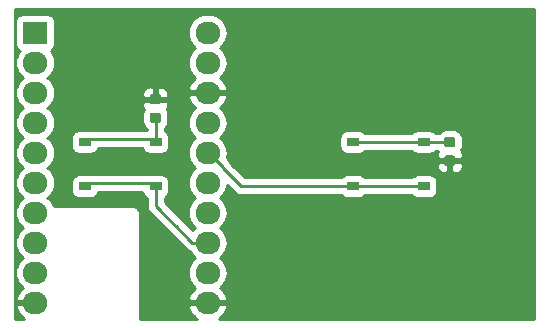
<source format=gbr>
G04 #@! TF.GenerationSoftware,KiCad,Pcbnew,(5.1.5)-3*
G04 #@! TF.CreationDate,2020-06-09T14:00:07-04:00*
G04 #@! TF.ProjectId,ble_mvp_1A-rev2-ButtonDaughter,626c655f-6d76-4705-9f31-412d72657632,rev?*
G04 #@! TF.SameCoordinates,Original*
G04 #@! TF.FileFunction,Copper,L1,Top*
G04 #@! TF.FilePolarity,Positive*
%FSLAX46Y46*%
G04 Gerber Fmt 4.6, Leading zero omitted, Abs format (unit mm)*
G04 Created by KiCad (PCBNEW (5.1.5)-3) date 2020-06-09 14:00:07*
%MOMM*%
%LPD*%
G04 APERTURE LIST*
%ADD10R,1.000000X0.750000*%
%ADD11C,0.100000*%
%ADD12O,2.100000X1.900000*%
%ADD13R,2.100000X1.900000*%
%ADD14C,0.800000*%
%ADD15C,0.250000*%
%ADD16C,0.254000*%
G04 APERTURE END LIST*
D10*
X131296800Y-92125000D03*
X137296800Y-92125000D03*
X137296800Y-88375000D03*
X131296800Y-88375000D03*
X154000000Y-92125000D03*
X160000000Y-92125000D03*
X160000000Y-88375000D03*
X154000000Y-88375000D03*
G04 #@! TA.AperFunction,SMDPad,CuDef*
D11*
G36*
X137551991Y-84319253D02*
G01*
X137573226Y-84322403D01*
X137594050Y-84327619D01*
X137614262Y-84334851D01*
X137633668Y-84344030D01*
X137652081Y-84355066D01*
X137669324Y-84367854D01*
X137685230Y-84382270D01*
X137699646Y-84398176D01*
X137712434Y-84415419D01*
X137723470Y-84433832D01*
X137732649Y-84453238D01*
X137739881Y-84473450D01*
X137745097Y-84494274D01*
X137748247Y-84515509D01*
X137749300Y-84536950D01*
X137749300Y-84974450D01*
X137748247Y-84995891D01*
X137745097Y-85017126D01*
X137739881Y-85037950D01*
X137732649Y-85058162D01*
X137723470Y-85077568D01*
X137712434Y-85095981D01*
X137699646Y-85113224D01*
X137685230Y-85129130D01*
X137669324Y-85143546D01*
X137652081Y-85156334D01*
X137633668Y-85167370D01*
X137614262Y-85176549D01*
X137594050Y-85183781D01*
X137573226Y-85188997D01*
X137551991Y-85192147D01*
X137530550Y-85193200D01*
X137018050Y-85193200D01*
X136996609Y-85192147D01*
X136975374Y-85188997D01*
X136954550Y-85183781D01*
X136934338Y-85176549D01*
X136914932Y-85167370D01*
X136896519Y-85156334D01*
X136879276Y-85143546D01*
X136863370Y-85129130D01*
X136848954Y-85113224D01*
X136836166Y-85095981D01*
X136825130Y-85077568D01*
X136815951Y-85058162D01*
X136808719Y-85037950D01*
X136803503Y-85017126D01*
X136800353Y-84995891D01*
X136799300Y-84974450D01*
X136799300Y-84536950D01*
X136800353Y-84515509D01*
X136803503Y-84494274D01*
X136808719Y-84473450D01*
X136815951Y-84453238D01*
X136825130Y-84433832D01*
X136836166Y-84415419D01*
X136848954Y-84398176D01*
X136863370Y-84382270D01*
X136879276Y-84367854D01*
X136896519Y-84355066D01*
X136914932Y-84344030D01*
X136934338Y-84334851D01*
X136954550Y-84327619D01*
X136975374Y-84322403D01*
X136996609Y-84319253D01*
X137018050Y-84318200D01*
X137530550Y-84318200D01*
X137551991Y-84319253D01*
G37*
G04 #@! TD.AperFunction*
G04 #@! TA.AperFunction,SMDPad,CuDef*
G36*
X137551991Y-85894253D02*
G01*
X137573226Y-85897403D01*
X137594050Y-85902619D01*
X137614262Y-85909851D01*
X137633668Y-85919030D01*
X137652081Y-85930066D01*
X137669324Y-85942854D01*
X137685230Y-85957270D01*
X137699646Y-85973176D01*
X137712434Y-85990419D01*
X137723470Y-86008832D01*
X137732649Y-86028238D01*
X137739881Y-86048450D01*
X137745097Y-86069274D01*
X137748247Y-86090509D01*
X137749300Y-86111950D01*
X137749300Y-86549450D01*
X137748247Y-86570891D01*
X137745097Y-86592126D01*
X137739881Y-86612950D01*
X137732649Y-86633162D01*
X137723470Y-86652568D01*
X137712434Y-86670981D01*
X137699646Y-86688224D01*
X137685230Y-86704130D01*
X137669324Y-86718546D01*
X137652081Y-86731334D01*
X137633668Y-86742370D01*
X137614262Y-86751549D01*
X137594050Y-86758781D01*
X137573226Y-86763997D01*
X137551991Y-86767147D01*
X137530550Y-86768200D01*
X137018050Y-86768200D01*
X136996609Y-86767147D01*
X136975374Y-86763997D01*
X136954550Y-86758781D01*
X136934338Y-86751549D01*
X136914932Y-86742370D01*
X136896519Y-86731334D01*
X136879276Y-86718546D01*
X136863370Y-86704130D01*
X136848954Y-86688224D01*
X136836166Y-86670981D01*
X136825130Y-86652568D01*
X136815951Y-86633162D01*
X136808719Y-86612950D01*
X136803503Y-86592126D01*
X136800353Y-86570891D01*
X136799300Y-86549450D01*
X136799300Y-86111950D01*
X136800353Y-86090509D01*
X136803503Y-86069274D01*
X136808719Y-86048450D01*
X136815951Y-86028238D01*
X136825130Y-86008832D01*
X136836166Y-85990419D01*
X136848954Y-85973176D01*
X136863370Y-85957270D01*
X136879276Y-85942854D01*
X136896519Y-85930066D01*
X136914932Y-85919030D01*
X136934338Y-85909851D01*
X136954550Y-85902619D01*
X136975374Y-85897403D01*
X136996609Y-85894253D01*
X137018050Y-85893200D01*
X137530550Y-85893200D01*
X137551991Y-85894253D01*
G37*
G04 #@! TD.AperFunction*
G04 #@! TA.AperFunction,SMDPad,CuDef*
G36*
X162482091Y-89517853D02*
G01*
X162503326Y-89521003D01*
X162524150Y-89526219D01*
X162544362Y-89533451D01*
X162563768Y-89542630D01*
X162582181Y-89553666D01*
X162599424Y-89566454D01*
X162615330Y-89580870D01*
X162629746Y-89596776D01*
X162642534Y-89614019D01*
X162653570Y-89632432D01*
X162662749Y-89651838D01*
X162669981Y-89672050D01*
X162675197Y-89692874D01*
X162678347Y-89714109D01*
X162679400Y-89735550D01*
X162679400Y-90173050D01*
X162678347Y-90194491D01*
X162675197Y-90215726D01*
X162669981Y-90236550D01*
X162662749Y-90256762D01*
X162653570Y-90276168D01*
X162642534Y-90294581D01*
X162629746Y-90311824D01*
X162615330Y-90327730D01*
X162599424Y-90342146D01*
X162582181Y-90354934D01*
X162563768Y-90365970D01*
X162544362Y-90375149D01*
X162524150Y-90382381D01*
X162503326Y-90387597D01*
X162482091Y-90390747D01*
X162460650Y-90391800D01*
X161948150Y-90391800D01*
X161926709Y-90390747D01*
X161905474Y-90387597D01*
X161884650Y-90382381D01*
X161864438Y-90375149D01*
X161845032Y-90365970D01*
X161826619Y-90354934D01*
X161809376Y-90342146D01*
X161793470Y-90327730D01*
X161779054Y-90311824D01*
X161766266Y-90294581D01*
X161755230Y-90276168D01*
X161746051Y-90256762D01*
X161738819Y-90236550D01*
X161733603Y-90215726D01*
X161730453Y-90194491D01*
X161729400Y-90173050D01*
X161729400Y-89735550D01*
X161730453Y-89714109D01*
X161733603Y-89692874D01*
X161738819Y-89672050D01*
X161746051Y-89651838D01*
X161755230Y-89632432D01*
X161766266Y-89614019D01*
X161779054Y-89596776D01*
X161793470Y-89580870D01*
X161809376Y-89566454D01*
X161826619Y-89553666D01*
X161845032Y-89542630D01*
X161864438Y-89533451D01*
X161884650Y-89526219D01*
X161905474Y-89521003D01*
X161926709Y-89517853D01*
X161948150Y-89516800D01*
X162460650Y-89516800D01*
X162482091Y-89517853D01*
G37*
G04 #@! TD.AperFunction*
G04 #@! TA.AperFunction,SMDPad,CuDef*
G36*
X162482091Y-87942853D02*
G01*
X162503326Y-87946003D01*
X162524150Y-87951219D01*
X162544362Y-87958451D01*
X162563768Y-87967630D01*
X162582181Y-87978666D01*
X162599424Y-87991454D01*
X162615330Y-88005870D01*
X162629746Y-88021776D01*
X162642534Y-88039019D01*
X162653570Y-88057432D01*
X162662749Y-88076838D01*
X162669981Y-88097050D01*
X162675197Y-88117874D01*
X162678347Y-88139109D01*
X162679400Y-88160550D01*
X162679400Y-88598050D01*
X162678347Y-88619491D01*
X162675197Y-88640726D01*
X162669981Y-88661550D01*
X162662749Y-88681762D01*
X162653570Y-88701168D01*
X162642534Y-88719581D01*
X162629746Y-88736824D01*
X162615330Y-88752730D01*
X162599424Y-88767146D01*
X162582181Y-88779934D01*
X162563768Y-88790970D01*
X162544362Y-88800149D01*
X162524150Y-88807381D01*
X162503326Y-88812597D01*
X162482091Y-88815747D01*
X162460650Y-88816800D01*
X161948150Y-88816800D01*
X161926709Y-88815747D01*
X161905474Y-88812597D01*
X161884650Y-88807381D01*
X161864438Y-88800149D01*
X161845032Y-88790970D01*
X161826619Y-88779934D01*
X161809376Y-88767146D01*
X161793470Y-88752730D01*
X161779054Y-88736824D01*
X161766266Y-88719581D01*
X161755230Y-88701168D01*
X161746051Y-88681762D01*
X161738819Y-88661550D01*
X161733603Y-88640726D01*
X161730453Y-88619491D01*
X161729400Y-88598050D01*
X161729400Y-88160550D01*
X161730453Y-88139109D01*
X161733603Y-88117874D01*
X161738819Y-88097050D01*
X161746051Y-88076838D01*
X161755230Y-88057432D01*
X161766266Y-88039019D01*
X161779054Y-88021776D01*
X161793470Y-88005870D01*
X161809376Y-87991454D01*
X161826619Y-87978666D01*
X161845032Y-87967630D01*
X161864438Y-87958451D01*
X161884650Y-87951219D01*
X161905474Y-87946003D01*
X161926709Y-87942853D01*
X161948150Y-87941800D01*
X162460650Y-87941800D01*
X162482091Y-87942853D01*
G37*
G04 #@! TD.AperFunction*
D12*
X141706800Y-101993700D03*
X127096800Y-101993700D03*
X141706800Y-99453700D03*
X127096800Y-99453700D03*
X141706800Y-96913700D03*
X127096800Y-96913700D03*
X141706800Y-94373700D03*
X127096800Y-94373700D03*
X141706800Y-91833700D03*
X127096800Y-91833700D03*
X141706800Y-89293700D03*
X127096800Y-89293700D03*
X141706800Y-86753700D03*
X127096800Y-86753700D03*
X141706800Y-84213700D03*
X127096800Y-84213700D03*
X141706800Y-81673700D03*
X127096800Y-81673700D03*
X141706800Y-79133700D03*
D13*
X127096800Y-79133700D03*
D14*
X137274300Y-83553300D03*
X162191700Y-91236800D03*
D15*
X162204400Y-89954300D02*
X162204400Y-91224100D01*
X162204400Y-91224100D02*
X162191700Y-91236800D01*
X137274300Y-84755700D02*
X137274300Y-83553300D01*
X126796800Y-89943940D02*
X126896800Y-89943940D01*
X126896800Y-91833700D02*
X127518221Y-92455121D01*
X140406800Y-96913700D02*
X138988800Y-95495700D01*
X136546800Y-91875000D02*
X131296800Y-91875000D01*
X137296800Y-91875000D02*
X136546800Y-91875000D01*
X137296800Y-92750000D02*
X137296800Y-92125000D01*
X137296800Y-93803700D02*
X137296800Y-92750000D01*
X140406800Y-96913700D02*
X137296800Y-93803700D01*
X141706800Y-96913700D02*
X140406800Y-96913700D01*
X160000000Y-92125000D02*
X154000000Y-92125000D01*
X141806800Y-89293700D02*
X141706800Y-89293700D01*
X143006800Y-90493700D02*
X141806800Y-89293700D01*
X144538100Y-92125000D02*
X143006800Y-90593700D01*
X143006800Y-90593700D02*
X143006800Y-90493700D01*
X154000000Y-92125000D02*
X144538100Y-92125000D01*
X162208400Y-88375300D02*
X162204400Y-88379300D01*
X160004300Y-88379300D02*
X160000000Y-88375000D01*
X162204400Y-88379300D02*
X160004300Y-88379300D01*
X154000000Y-88375000D02*
X160000000Y-88375000D01*
X131296800Y-88125000D02*
X137296800Y-88125000D01*
X137289900Y-86346300D02*
X137274300Y-86330700D01*
X137296800Y-86353200D02*
X137274300Y-86330700D01*
X137296800Y-88375000D02*
X137296800Y-86353200D01*
D16*
G36*
X169340001Y-103340000D02*
G01*
X142637872Y-103340000D01*
X142657417Y-103330105D01*
X142901792Y-103138479D01*
X143104087Y-102902860D01*
X143256528Y-102632303D01*
X143347386Y-102366288D01*
X143227384Y-102120700D01*
X141833800Y-102120700D01*
X141833800Y-102140700D01*
X141579800Y-102140700D01*
X141579800Y-102120700D01*
X140186216Y-102120700D01*
X140066214Y-102366288D01*
X140157072Y-102632303D01*
X140309513Y-102902860D01*
X140511808Y-103138479D01*
X140756183Y-103330105D01*
X140775728Y-103340000D01*
X135960000Y-103340000D01*
X135960000Y-94482419D01*
X135963193Y-94450000D01*
X135950450Y-94320617D01*
X135912710Y-94196207D01*
X135851425Y-94081550D01*
X135768948Y-93981052D01*
X135668450Y-93898575D01*
X135553793Y-93837290D01*
X135429383Y-93799550D01*
X135332419Y-93790000D01*
X135300000Y-93786807D01*
X135267581Y-93790000D01*
X128676057Y-93790000D01*
X128668234Y-93764212D01*
X128521056Y-93488861D01*
X128322987Y-93247513D01*
X128147750Y-93103700D01*
X128322987Y-92959887D01*
X128521056Y-92718539D01*
X128668234Y-92443188D01*
X128758866Y-92144414D01*
X128789469Y-91833700D01*
X128781226Y-91750000D01*
X130158728Y-91750000D01*
X130158728Y-92500000D01*
X130170988Y-92624482D01*
X130207298Y-92744180D01*
X130266263Y-92854494D01*
X130345615Y-92951185D01*
X130442306Y-93030537D01*
X130552620Y-93089502D01*
X130672318Y-93125812D01*
X130796800Y-93138072D01*
X131796800Y-93138072D01*
X131921282Y-93125812D01*
X132040980Y-93089502D01*
X132151294Y-93030537D01*
X132247985Y-92951185D01*
X132327337Y-92854494D01*
X132386302Y-92744180D01*
X132419421Y-92635000D01*
X136174179Y-92635000D01*
X136207298Y-92744180D01*
X136266263Y-92854494D01*
X136345615Y-92951185D01*
X136442306Y-93030537D01*
X136536801Y-93081046D01*
X136536800Y-93766377D01*
X136533124Y-93803700D01*
X136536800Y-93841022D01*
X136536800Y-93841032D01*
X136547797Y-93952685D01*
X136591254Y-94095946D01*
X136661826Y-94227976D01*
X136701671Y-94276526D01*
X136756799Y-94343701D01*
X136785803Y-94367504D01*
X139183011Y-96764713D01*
X139843001Y-97424703D01*
X139866799Y-97453701D01*
X139982524Y-97548674D01*
X140114553Y-97619246D01*
X140200674Y-97645370D01*
X140282544Y-97798539D01*
X140480613Y-98039887D01*
X140655850Y-98183700D01*
X140480613Y-98327513D01*
X140282544Y-98568861D01*
X140135366Y-98844212D01*
X140044734Y-99142986D01*
X140014131Y-99453700D01*
X140044734Y-99764414D01*
X140135366Y-100063188D01*
X140282544Y-100338539D01*
X140480613Y-100579887D01*
X140663496Y-100729975D01*
X140511808Y-100848921D01*
X140309513Y-101084540D01*
X140157072Y-101355097D01*
X140066214Y-101621112D01*
X140186216Y-101866700D01*
X141579800Y-101866700D01*
X141579800Y-101846700D01*
X141833800Y-101846700D01*
X141833800Y-101866700D01*
X143227384Y-101866700D01*
X143347386Y-101621112D01*
X143256528Y-101355097D01*
X143104087Y-101084540D01*
X142901792Y-100848921D01*
X142750104Y-100729975D01*
X142932987Y-100579887D01*
X143131056Y-100338539D01*
X143278234Y-100063188D01*
X143368866Y-99764414D01*
X143399469Y-99453700D01*
X143368866Y-99142986D01*
X143278234Y-98844212D01*
X143131056Y-98568861D01*
X142932987Y-98327513D01*
X142757750Y-98183700D01*
X142932987Y-98039887D01*
X143131056Y-97798539D01*
X143278234Y-97523188D01*
X143368866Y-97224414D01*
X143399469Y-96913700D01*
X143368866Y-96602986D01*
X143278234Y-96304212D01*
X143131056Y-96028861D01*
X142932987Y-95787513D01*
X142757750Y-95643700D01*
X142932987Y-95499887D01*
X143131056Y-95258539D01*
X143278234Y-94983188D01*
X143368866Y-94684414D01*
X143399469Y-94373700D01*
X143368866Y-94062986D01*
X143278234Y-93764212D01*
X143131056Y-93488861D01*
X142932987Y-93247513D01*
X142757750Y-93103700D01*
X142932987Y-92959887D01*
X143131056Y-92718539D01*
X143278234Y-92443188D01*
X143368866Y-92144414D01*
X143379074Y-92040775D01*
X143974301Y-92636003D01*
X143998099Y-92665001D01*
X144113824Y-92759974D01*
X144245853Y-92830546D01*
X144389114Y-92874003D01*
X144500767Y-92885000D01*
X144500776Y-92885000D01*
X144538099Y-92888676D01*
X144575422Y-92885000D01*
X152994499Y-92885000D01*
X153048815Y-92951185D01*
X153145506Y-93030537D01*
X153255820Y-93089502D01*
X153375518Y-93125812D01*
X153500000Y-93138072D01*
X154500000Y-93138072D01*
X154624482Y-93125812D01*
X154744180Y-93089502D01*
X154854494Y-93030537D01*
X154951185Y-92951185D01*
X155005501Y-92885000D01*
X158994499Y-92885000D01*
X159048815Y-92951185D01*
X159145506Y-93030537D01*
X159255820Y-93089502D01*
X159375518Y-93125812D01*
X159500000Y-93138072D01*
X160500000Y-93138072D01*
X160624482Y-93125812D01*
X160744180Y-93089502D01*
X160854494Y-93030537D01*
X160951185Y-92951185D01*
X161030537Y-92854494D01*
X161089502Y-92744180D01*
X161125812Y-92624482D01*
X161138072Y-92500000D01*
X161138072Y-91750000D01*
X161125812Y-91625518D01*
X161089502Y-91505820D01*
X161030537Y-91395506D01*
X160951185Y-91298815D01*
X160854494Y-91219463D01*
X160744180Y-91160498D01*
X160624482Y-91124188D01*
X160500000Y-91111928D01*
X159500000Y-91111928D01*
X159375518Y-91124188D01*
X159255820Y-91160498D01*
X159145506Y-91219463D01*
X159048815Y-91298815D01*
X158994499Y-91365000D01*
X155005501Y-91365000D01*
X154951185Y-91298815D01*
X154854494Y-91219463D01*
X154744180Y-91160498D01*
X154624482Y-91124188D01*
X154500000Y-91111928D01*
X153500000Y-91111928D01*
X153375518Y-91124188D01*
X153255820Y-91160498D01*
X153145506Y-91219463D01*
X153048815Y-91298815D01*
X152994499Y-91365000D01*
X144852902Y-91365000D01*
X143879702Y-90391800D01*
X161091328Y-90391800D01*
X161103588Y-90516282D01*
X161139898Y-90635980D01*
X161198863Y-90746294D01*
X161278215Y-90842985D01*
X161374906Y-90922337D01*
X161485220Y-90981302D01*
X161604918Y-91017612D01*
X161729400Y-91029872D01*
X161918650Y-91026800D01*
X162077400Y-90868050D01*
X162077400Y-90081300D01*
X162331400Y-90081300D01*
X162331400Y-90868050D01*
X162490150Y-91026800D01*
X162679400Y-91029872D01*
X162803882Y-91017612D01*
X162923580Y-90981302D01*
X163033894Y-90922337D01*
X163130585Y-90842985D01*
X163209937Y-90746294D01*
X163268902Y-90635980D01*
X163305212Y-90516282D01*
X163317472Y-90391800D01*
X163314400Y-90240050D01*
X163155650Y-90081300D01*
X162331400Y-90081300D01*
X162077400Y-90081300D01*
X161253150Y-90081300D01*
X161094400Y-90240050D01*
X161091328Y-90391800D01*
X143879702Y-90391800D01*
X143722357Y-90234456D01*
X143712346Y-90201454D01*
X143712346Y-90201453D01*
X143641773Y-90069423D01*
X143570599Y-89982697D01*
X143570598Y-89982696D01*
X143546801Y-89953699D01*
X143517803Y-89929901D01*
X143327775Y-89739873D01*
X143368866Y-89604414D01*
X143399469Y-89293700D01*
X143368866Y-88982986D01*
X143278234Y-88684212D01*
X143131056Y-88408861D01*
X142932987Y-88167513D01*
X142757750Y-88023700D01*
X142786628Y-88000000D01*
X152861928Y-88000000D01*
X152861928Y-88750000D01*
X152874188Y-88874482D01*
X152910498Y-88994180D01*
X152969463Y-89104494D01*
X153048815Y-89201185D01*
X153145506Y-89280537D01*
X153255820Y-89339502D01*
X153375518Y-89375812D01*
X153500000Y-89388072D01*
X154500000Y-89388072D01*
X154624482Y-89375812D01*
X154744180Y-89339502D01*
X154854494Y-89280537D01*
X154951185Y-89201185D01*
X155005501Y-89135000D01*
X158994499Y-89135000D01*
X159048815Y-89201185D01*
X159145506Y-89280537D01*
X159255820Y-89339502D01*
X159375518Y-89375812D01*
X159500000Y-89388072D01*
X160500000Y-89388072D01*
X160624482Y-89375812D01*
X160744180Y-89339502D01*
X160854494Y-89280537D01*
X160951185Y-89201185D01*
X161001973Y-89139300D01*
X161217743Y-89139300D01*
X161198863Y-89162306D01*
X161139898Y-89272620D01*
X161103588Y-89392318D01*
X161091328Y-89516800D01*
X161094400Y-89668550D01*
X161253150Y-89827300D01*
X162077400Y-89827300D01*
X162077400Y-89807300D01*
X162331400Y-89807300D01*
X162331400Y-89827300D01*
X163155650Y-89827300D01*
X163314400Y-89668550D01*
X163317472Y-89516800D01*
X163305212Y-89392318D01*
X163268902Y-89272620D01*
X163209937Y-89162306D01*
X163155300Y-89095730D01*
X163173071Y-89074075D01*
X163252250Y-88925942D01*
X163301008Y-88765208D01*
X163317472Y-88598050D01*
X163317472Y-88160550D01*
X163301008Y-87993392D01*
X163252250Y-87832658D01*
X163173071Y-87684525D01*
X163066515Y-87554685D01*
X162936675Y-87448129D01*
X162788542Y-87368950D01*
X162627808Y-87320192D01*
X162460650Y-87303728D01*
X161948150Y-87303728D01*
X161780992Y-87320192D01*
X161620258Y-87368950D01*
X161472125Y-87448129D01*
X161342285Y-87554685D01*
X161289257Y-87619300D01*
X161009030Y-87619300D01*
X160951185Y-87548815D01*
X160854494Y-87469463D01*
X160744180Y-87410498D01*
X160624482Y-87374188D01*
X160500000Y-87361928D01*
X159500000Y-87361928D01*
X159375518Y-87374188D01*
X159255820Y-87410498D01*
X159145506Y-87469463D01*
X159048815Y-87548815D01*
X158994499Y-87615000D01*
X155005501Y-87615000D01*
X154951185Y-87548815D01*
X154854494Y-87469463D01*
X154744180Y-87410498D01*
X154624482Y-87374188D01*
X154500000Y-87361928D01*
X153500000Y-87361928D01*
X153375518Y-87374188D01*
X153255820Y-87410498D01*
X153145506Y-87469463D01*
X153048815Y-87548815D01*
X152969463Y-87645506D01*
X152910498Y-87755820D01*
X152874188Y-87875518D01*
X152861928Y-88000000D01*
X142786628Y-88000000D01*
X142932987Y-87879887D01*
X143131056Y-87638539D01*
X143278234Y-87363188D01*
X143368866Y-87064414D01*
X143399469Y-86753700D01*
X143368866Y-86442986D01*
X143278234Y-86144212D01*
X143131056Y-85868861D01*
X142932987Y-85627513D01*
X142750104Y-85477425D01*
X142901792Y-85358479D01*
X143104087Y-85122860D01*
X143256528Y-84852303D01*
X143347386Y-84586288D01*
X143227384Y-84340700D01*
X141833800Y-84340700D01*
X141833800Y-84360700D01*
X141579800Y-84360700D01*
X141579800Y-84340700D01*
X140186216Y-84340700D01*
X140066214Y-84586288D01*
X140157072Y-84852303D01*
X140309513Y-85122860D01*
X140511808Y-85358479D01*
X140663496Y-85477425D01*
X140480613Y-85627513D01*
X140282544Y-85868861D01*
X140135366Y-86144212D01*
X140044734Y-86442986D01*
X140014131Y-86753700D01*
X140044734Y-87064414D01*
X140135366Y-87363188D01*
X140282544Y-87638539D01*
X140480613Y-87879887D01*
X140655850Y-88023700D01*
X140480613Y-88167513D01*
X140282544Y-88408861D01*
X140135366Y-88684212D01*
X140044734Y-88982986D01*
X140014131Y-89293700D01*
X140044734Y-89604414D01*
X140135366Y-89903188D01*
X140282544Y-90178539D01*
X140480613Y-90419887D01*
X140655850Y-90563700D01*
X140480613Y-90707513D01*
X140282544Y-90948861D01*
X140135366Y-91224212D01*
X140044734Y-91522986D01*
X140014131Y-91833700D01*
X140044734Y-92144414D01*
X140135366Y-92443188D01*
X140282544Y-92718539D01*
X140480613Y-92959887D01*
X140655850Y-93103700D01*
X140480613Y-93247513D01*
X140282544Y-93488861D01*
X140135366Y-93764212D01*
X140044734Y-94062986D01*
X140014131Y-94373700D01*
X140044734Y-94684414D01*
X140135366Y-94983188D01*
X140282544Y-95258539D01*
X140480613Y-95499887D01*
X140655850Y-95643700D01*
X140480613Y-95787513D01*
X140424179Y-95856278D01*
X140265858Y-95697956D01*
X138056800Y-93488899D01*
X138056800Y-93081046D01*
X138151294Y-93030537D01*
X138247985Y-92951185D01*
X138327337Y-92854494D01*
X138386302Y-92744180D01*
X138422612Y-92624482D01*
X138434872Y-92500000D01*
X138434872Y-91750000D01*
X138422612Y-91625518D01*
X138386302Y-91505820D01*
X138327337Y-91395506D01*
X138247985Y-91298815D01*
X138151294Y-91219463D01*
X138040980Y-91160498D01*
X137921282Y-91124188D01*
X137796800Y-91111928D01*
X136796800Y-91111928D01*
X136765608Y-91115000D01*
X131827992Y-91115000D01*
X131796800Y-91111928D01*
X130796800Y-91111928D01*
X130672318Y-91124188D01*
X130552620Y-91160498D01*
X130442306Y-91219463D01*
X130345615Y-91298815D01*
X130266263Y-91395506D01*
X130207298Y-91505820D01*
X130170988Y-91625518D01*
X130158728Y-91750000D01*
X128781226Y-91750000D01*
X128758866Y-91522986D01*
X128668234Y-91224212D01*
X128521056Y-90948861D01*
X128322987Y-90707513D01*
X128147750Y-90563700D01*
X128322987Y-90419887D01*
X128521056Y-90178539D01*
X128668234Y-89903188D01*
X128758866Y-89604414D01*
X128789469Y-89293700D01*
X128758866Y-88982986D01*
X128668234Y-88684212D01*
X128521056Y-88408861D01*
X128322987Y-88167513D01*
X128147750Y-88023700D01*
X128176628Y-88000000D01*
X130158728Y-88000000D01*
X130158728Y-88750000D01*
X130170988Y-88874482D01*
X130207298Y-88994180D01*
X130266263Y-89104494D01*
X130345615Y-89201185D01*
X130442306Y-89280537D01*
X130552620Y-89339502D01*
X130672318Y-89375812D01*
X130796800Y-89388072D01*
X131796800Y-89388072D01*
X131921282Y-89375812D01*
X132040980Y-89339502D01*
X132151294Y-89280537D01*
X132247985Y-89201185D01*
X132327337Y-89104494D01*
X132386302Y-88994180D01*
X132419421Y-88885000D01*
X136174179Y-88885000D01*
X136207298Y-88994180D01*
X136266263Y-89104494D01*
X136345615Y-89201185D01*
X136442306Y-89280537D01*
X136552620Y-89339502D01*
X136672318Y-89375812D01*
X136796800Y-89388072D01*
X137796800Y-89388072D01*
X137921282Y-89375812D01*
X138040980Y-89339502D01*
X138151294Y-89280537D01*
X138247985Y-89201185D01*
X138327337Y-89104494D01*
X138386302Y-88994180D01*
X138422612Y-88874482D01*
X138434872Y-88750000D01*
X138434872Y-88000000D01*
X138422612Y-87875518D01*
X138386302Y-87755820D01*
X138327337Y-87645506D01*
X138247985Y-87548815D01*
X138151294Y-87469463D01*
X138056800Y-87418954D01*
X138056800Y-87220653D01*
X138136415Y-87155315D01*
X138242971Y-87025475D01*
X138322150Y-86877342D01*
X138370908Y-86716608D01*
X138387372Y-86549450D01*
X138387372Y-86111950D01*
X138370908Y-85944792D01*
X138322150Y-85784058D01*
X138242971Y-85635925D01*
X138225200Y-85614270D01*
X138279837Y-85547694D01*
X138338802Y-85437380D01*
X138375112Y-85317682D01*
X138387372Y-85193200D01*
X138384300Y-85041450D01*
X138225550Y-84882700D01*
X137401300Y-84882700D01*
X137401300Y-84902700D01*
X137147300Y-84902700D01*
X137147300Y-84882700D01*
X136323050Y-84882700D01*
X136164300Y-85041450D01*
X136161228Y-85193200D01*
X136173488Y-85317682D01*
X136209798Y-85437380D01*
X136268763Y-85547694D01*
X136323400Y-85614270D01*
X136305629Y-85635925D01*
X136226450Y-85784058D01*
X136177692Y-85944792D01*
X136161228Y-86111950D01*
X136161228Y-86549450D01*
X136177692Y-86716608D01*
X136226450Y-86877342D01*
X136305629Y-87025475D01*
X136412185Y-87155315D01*
X136536801Y-87257583D01*
X136536800Y-87365000D01*
X131827992Y-87365000D01*
X131796800Y-87361928D01*
X130796800Y-87361928D01*
X130672318Y-87374188D01*
X130552620Y-87410498D01*
X130442306Y-87469463D01*
X130345615Y-87548815D01*
X130266263Y-87645506D01*
X130207298Y-87755820D01*
X130170988Y-87875518D01*
X130158728Y-88000000D01*
X128176628Y-88000000D01*
X128322987Y-87879887D01*
X128521056Y-87638539D01*
X128668234Y-87363188D01*
X128758866Y-87064414D01*
X128789469Y-86753700D01*
X128758866Y-86442986D01*
X128668234Y-86144212D01*
X128521056Y-85868861D01*
X128322987Y-85627513D01*
X128147750Y-85483700D01*
X128322987Y-85339887D01*
X128521056Y-85098539D01*
X128668234Y-84823188D01*
X128758866Y-84524414D01*
X128779176Y-84318200D01*
X136161228Y-84318200D01*
X136164300Y-84469950D01*
X136323050Y-84628700D01*
X137147300Y-84628700D01*
X137147300Y-83841950D01*
X137401300Y-83841950D01*
X137401300Y-84628700D01*
X138225550Y-84628700D01*
X138384300Y-84469950D01*
X138387372Y-84318200D01*
X138375112Y-84193718D01*
X138338802Y-84074020D01*
X138279837Y-83963706D01*
X138200485Y-83867015D01*
X138103794Y-83787663D01*
X137993480Y-83728698D01*
X137873782Y-83692388D01*
X137749300Y-83680128D01*
X137560050Y-83683200D01*
X137401300Y-83841950D01*
X137147300Y-83841950D01*
X136988550Y-83683200D01*
X136799300Y-83680128D01*
X136674818Y-83692388D01*
X136555120Y-83728698D01*
X136444806Y-83787663D01*
X136348115Y-83867015D01*
X136268763Y-83963706D01*
X136209798Y-84074020D01*
X136173488Y-84193718D01*
X136161228Y-84318200D01*
X128779176Y-84318200D01*
X128789469Y-84213700D01*
X128758866Y-83902986D01*
X128668234Y-83604212D01*
X128521056Y-83328861D01*
X128322987Y-83087513D01*
X128147750Y-82943700D01*
X128322987Y-82799887D01*
X128521056Y-82558539D01*
X128668234Y-82283188D01*
X128758866Y-81984414D01*
X128789469Y-81673700D01*
X128758866Y-81362986D01*
X128668234Y-81064212D01*
X128521056Y-80788861D01*
X128415417Y-80660140D01*
X128501294Y-80614237D01*
X128597985Y-80534885D01*
X128677337Y-80438194D01*
X128736302Y-80327880D01*
X128772612Y-80208182D01*
X128784872Y-80083700D01*
X128784872Y-79133700D01*
X140014131Y-79133700D01*
X140044734Y-79444414D01*
X140135366Y-79743188D01*
X140282544Y-80018539D01*
X140480613Y-80259887D01*
X140655850Y-80403700D01*
X140480613Y-80547513D01*
X140282544Y-80788861D01*
X140135366Y-81064212D01*
X140044734Y-81362986D01*
X140014131Y-81673700D01*
X140044734Y-81984414D01*
X140135366Y-82283188D01*
X140282544Y-82558539D01*
X140480613Y-82799887D01*
X140663496Y-82949975D01*
X140511808Y-83068921D01*
X140309513Y-83304540D01*
X140157072Y-83575097D01*
X140066214Y-83841112D01*
X140186216Y-84086700D01*
X141579800Y-84086700D01*
X141579800Y-84066700D01*
X141833800Y-84066700D01*
X141833800Y-84086700D01*
X143227384Y-84086700D01*
X143347386Y-83841112D01*
X143256528Y-83575097D01*
X143104087Y-83304540D01*
X142901792Y-83068921D01*
X142750104Y-82949975D01*
X142932987Y-82799887D01*
X143131056Y-82558539D01*
X143278234Y-82283188D01*
X143368866Y-81984414D01*
X143399469Y-81673700D01*
X143368866Y-81362986D01*
X143278234Y-81064212D01*
X143131056Y-80788861D01*
X142932987Y-80547513D01*
X142757750Y-80403700D01*
X142932987Y-80259887D01*
X143131056Y-80018539D01*
X143278234Y-79743188D01*
X143368866Y-79444414D01*
X143399469Y-79133700D01*
X143368866Y-78822986D01*
X143278234Y-78524212D01*
X143131056Y-78248861D01*
X142932987Y-78007513D01*
X142691639Y-77809444D01*
X142416288Y-77662266D01*
X142117514Y-77571634D01*
X141884664Y-77548700D01*
X141528936Y-77548700D01*
X141296086Y-77571634D01*
X140997312Y-77662266D01*
X140721961Y-77809444D01*
X140480613Y-78007513D01*
X140282544Y-78248861D01*
X140135366Y-78524212D01*
X140044734Y-78822986D01*
X140014131Y-79133700D01*
X128784872Y-79133700D01*
X128784872Y-78183700D01*
X128772612Y-78059218D01*
X128736302Y-77939520D01*
X128677337Y-77829206D01*
X128597985Y-77732515D01*
X128501294Y-77653163D01*
X128390980Y-77594198D01*
X128271282Y-77557888D01*
X128146800Y-77545628D01*
X126046800Y-77545628D01*
X125922318Y-77557888D01*
X125802620Y-77594198D01*
X125692306Y-77653163D01*
X125595615Y-77732515D01*
X125516263Y-77829206D01*
X125457298Y-77939520D01*
X125420988Y-78059218D01*
X125408728Y-78183700D01*
X125408728Y-80083700D01*
X125420988Y-80208182D01*
X125457298Y-80327880D01*
X125516263Y-80438194D01*
X125595615Y-80534885D01*
X125692306Y-80614237D01*
X125778183Y-80660140D01*
X125672544Y-80788861D01*
X125525366Y-81064212D01*
X125434734Y-81362986D01*
X125404131Y-81673700D01*
X125434734Y-81984414D01*
X125525366Y-82283188D01*
X125672544Y-82558539D01*
X125870613Y-82799887D01*
X126045850Y-82943700D01*
X125870613Y-83087513D01*
X125672544Y-83328861D01*
X125525366Y-83604212D01*
X125434734Y-83902986D01*
X125404131Y-84213700D01*
X125434734Y-84524414D01*
X125525366Y-84823188D01*
X125672544Y-85098539D01*
X125870613Y-85339887D01*
X126045850Y-85483700D01*
X125870613Y-85627513D01*
X125672544Y-85868861D01*
X125525366Y-86144212D01*
X125434734Y-86442986D01*
X125404131Y-86753700D01*
X125434734Y-87064414D01*
X125525366Y-87363188D01*
X125672544Y-87638539D01*
X125870613Y-87879887D01*
X126045850Y-88023700D01*
X125870613Y-88167513D01*
X125672544Y-88408861D01*
X125525366Y-88684212D01*
X125434734Y-88982986D01*
X125404131Y-89293700D01*
X125434734Y-89604414D01*
X125525366Y-89903188D01*
X125672544Y-90178539D01*
X125870613Y-90419887D01*
X126045850Y-90563700D01*
X125870613Y-90707513D01*
X125672544Y-90948861D01*
X125525366Y-91224212D01*
X125434734Y-91522986D01*
X125404131Y-91833700D01*
X125434734Y-92144414D01*
X125525366Y-92443188D01*
X125672544Y-92718539D01*
X125870613Y-92959887D01*
X126045850Y-93103700D01*
X125870613Y-93247513D01*
X125672544Y-93488861D01*
X125525366Y-93764212D01*
X125434734Y-94062986D01*
X125404131Y-94373700D01*
X125434734Y-94684414D01*
X125525366Y-94983188D01*
X125672544Y-95258539D01*
X125870613Y-95499887D01*
X126045850Y-95643700D01*
X125870613Y-95787513D01*
X125672544Y-96028861D01*
X125525366Y-96304212D01*
X125434734Y-96602986D01*
X125404131Y-96913700D01*
X125434734Y-97224414D01*
X125525366Y-97523188D01*
X125672544Y-97798539D01*
X125870613Y-98039887D01*
X126045850Y-98183700D01*
X125870613Y-98327513D01*
X125672544Y-98568861D01*
X125525366Y-98844212D01*
X125434734Y-99142986D01*
X125404131Y-99453700D01*
X125434734Y-99764414D01*
X125525366Y-100063188D01*
X125672544Y-100338539D01*
X125870613Y-100579887D01*
X126053496Y-100729975D01*
X125901808Y-100848921D01*
X125699513Y-101084540D01*
X125547072Y-101355097D01*
X125456214Y-101621112D01*
X125576216Y-101866700D01*
X126969800Y-101866700D01*
X126969800Y-101846700D01*
X127223800Y-101846700D01*
X127223800Y-101866700D01*
X127243800Y-101866700D01*
X127243800Y-102120700D01*
X127223800Y-102120700D01*
X127223800Y-102140700D01*
X126969800Y-102140700D01*
X126969800Y-102120700D01*
X125576216Y-102120700D01*
X125456214Y-102366288D01*
X125547072Y-102632303D01*
X125699513Y-102902860D01*
X125901808Y-103138479D01*
X126146183Y-103330105D01*
X126165728Y-103340000D01*
X125360000Y-103340000D01*
X125360000Y-77160000D01*
X169340000Y-77160000D01*
X169340001Y-103340000D01*
G37*
X169340001Y-103340000D02*
X142637872Y-103340000D01*
X142657417Y-103330105D01*
X142901792Y-103138479D01*
X143104087Y-102902860D01*
X143256528Y-102632303D01*
X143347386Y-102366288D01*
X143227384Y-102120700D01*
X141833800Y-102120700D01*
X141833800Y-102140700D01*
X141579800Y-102140700D01*
X141579800Y-102120700D01*
X140186216Y-102120700D01*
X140066214Y-102366288D01*
X140157072Y-102632303D01*
X140309513Y-102902860D01*
X140511808Y-103138479D01*
X140756183Y-103330105D01*
X140775728Y-103340000D01*
X135960000Y-103340000D01*
X135960000Y-94482419D01*
X135963193Y-94450000D01*
X135950450Y-94320617D01*
X135912710Y-94196207D01*
X135851425Y-94081550D01*
X135768948Y-93981052D01*
X135668450Y-93898575D01*
X135553793Y-93837290D01*
X135429383Y-93799550D01*
X135332419Y-93790000D01*
X135300000Y-93786807D01*
X135267581Y-93790000D01*
X128676057Y-93790000D01*
X128668234Y-93764212D01*
X128521056Y-93488861D01*
X128322987Y-93247513D01*
X128147750Y-93103700D01*
X128322987Y-92959887D01*
X128521056Y-92718539D01*
X128668234Y-92443188D01*
X128758866Y-92144414D01*
X128789469Y-91833700D01*
X128781226Y-91750000D01*
X130158728Y-91750000D01*
X130158728Y-92500000D01*
X130170988Y-92624482D01*
X130207298Y-92744180D01*
X130266263Y-92854494D01*
X130345615Y-92951185D01*
X130442306Y-93030537D01*
X130552620Y-93089502D01*
X130672318Y-93125812D01*
X130796800Y-93138072D01*
X131796800Y-93138072D01*
X131921282Y-93125812D01*
X132040980Y-93089502D01*
X132151294Y-93030537D01*
X132247985Y-92951185D01*
X132327337Y-92854494D01*
X132386302Y-92744180D01*
X132419421Y-92635000D01*
X136174179Y-92635000D01*
X136207298Y-92744180D01*
X136266263Y-92854494D01*
X136345615Y-92951185D01*
X136442306Y-93030537D01*
X136536801Y-93081046D01*
X136536800Y-93766377D01*
X136533124Y-93803700D01*
X136536800Y-93841022D01*
X136536800Y-93841032D01*
X136547797Y-93952685D01*
X136591254Y-94095946D01*
X136661826Y-94227976D01*
X136701671Y-94276526D01*
X136756799Y-94343701D01*
X136785803Y-94367504D01*
X139183011Y-96764713D01*
X139843001Y-97424703D01*
X139866799Y-97453701D01*
X139982524Y-97548674D01*
X140114553Y-97619246D01*
X140200674Y-97645370D01*
X140282544Y-97798539D01*
X140480613Y-98039887D01*
X140655850Y-98183700D01*
X140480613Y-98327513D01*
X140282544Y-98568861D01*
X140135366Y-98844212D01*
X140044734Y-99142986D01*
X140014131Y-99453700D01*
X140044734Y-99764414D01*
X140135366Y-100063188D01*
X140282544Y-100338539D01*
X140480613Y-100579887D01*
X140663496Y-100729975D01*
X140511808Y-100848921D01*
X140309513Y-101084540D01*
X140157072Y-101355097D01*
X140066214Y-101621112D01*
X140186216Y-101866700D01*
X141579800Y-101866700D01*
X141579800Y-101846700D01*
X141833800Y-101846700D01*
X141833800Y-101866700D01*
X143227384Y-101866700D01*
X143347386Y-101621112D01*
X143256528Y-101355097D01*
X143104087Y-101084540D01*
X142901792Y-100848921D01*
X142750104Y-100729975D01*
X142932987Y-100579887D01*
X143131056Y-100338539D01*
X143278234Y-100063188D01*
X143368866Y-99764414D01*
X143399469Y-99453700D01*
X143368866Y-99142986D01*
X143278234Y-98844212D01*
X143131056Y-98568861D01*
X142932987Y-98327513D01*
X142757750Y-98183700D01*
X142932987Y-98039887D01*
X143131056Y-97798539D01*
X143278234Y-97523188D01*
X143368866Y-97224414D01*
X143399469Y-96913700D01*
X143368866Y-96602986D01*
X143278234Y-96304212D01*
X143131056Y-96028861D01*
X142932987Y-95787513D01*
X142757750Y-95643700D01*
X142932987Y-95499887D01*
X143131056Y-95258539D01*
X143278234Y-94983188D01*
X143368866Y-94684414D01*
X143399469Y-94373700D01*
X143368866Y-94062986D01*
X143278234Y-93764212D01*
X143131056Y-93488861D01*
X142932987Y-93247513D01*
X142757750Y-93103700D01*
X142932987Y-92959887D01*
X143131056Y-92718539D01*
X143278234Y-92443188D01*
X143368866Y-92144414D01*
X143379074Y-92040775D01*
X143974301Y-92636003D01*
X143998099Y-92665001D01*
X144113824Y-92759974D01*
X144245853Y-92830546D01*
X144389114Y-92874003D01*
X144500767Y-92885000D01*
X144500776Y-92885000D01*
X144538099Y-92888676D01*
X144575422Y-92885000D01*
X152994499Y-92885000D01*
X153048815Y-92951185D01*
X153145506Y-93030537D01*
X153255820Y-93089502D01*
X153375518Y-93125812D01*
X153500000Y-93138072D01*
X154500000Y-93138072D01*
X154624482Y-93125812D01*
X154744180Y-93089502D01*
X154854494Y-93030537D01*
X154951185Y-92951185D01*
X155005501Y-92885000D01*
X158994499Y-92885000D01*
X159048815Y-92951185D01*
X159145506Y-93030537D01*
X159255820Y-93089502D01*
X159375518Y-93125812D01*
X159500000Y-93138072D01*
X160500000Y-93138072D01*
X160624482Y-93125812D01*
X160744180Y-93089502D01*
X160854494Y-93030537D01*
X160951185Y-92951185D01*
X161030537Y-92854494D01*
X161089502Y-92744180D01*
X161125812Y-92624482D01*
X161138072Y-92500000D01*
X161138072Y-91750000D01*
X161125812Y-91625518D01*
X161089502Y-91505820D01*
X161030537Y-91395506D01*
X160951185Y-91298815D01*
X160854494Y-91219463D01*
X160744180Y-91160498D01*
X160624482Y-91124188D01*
X160500000Y-91111928D01*
X159500000Y-91111928D01*
X159375518Y-91124188D01*
X159255820Y-91160498D01*
X159145506Y-91219463D01*
X159048815Y-91298815D01*
X158994499Y-91365000D01*
X155005501Y-91365000D01*
X154951185Y-91298815D01*
X154854494Y-91219463D01*
X154744180Y-91160498D01*
X154624482Y-91124188D01*
X154500000Y-91111928D01*
X153500000Y-91111928D01*
X153375518Y-91124188D01*
X153255820Y-91160498D01*
X153145506Y-91219463D01*
X153048815Y-91298815D01*
X152994499Y-91365000D01*
X144852902Y-91365000D01*
X143879702Y-90391800D01*
X161091328Y-90391800D01*
X161103588Y-90516282D01*
X161139898Y-90635980D01*
X161198863Y-90746294D01*
X161278215Y-90842985D01*
X161374906Y-90922337D01*
X161485220Y-90981302D01*
X161604918Y-91017612D01*
X161729400Y-91029872D01*
X161918650Y-91026800D01*
X162077400Y-90868050D01*
X162077400Y-90081300D01*
X162331400Y-90081300D01*
X162331400Y-90868050D01*
X162490150Y-91026800D01*
X162679400Y-91029872D01*
X162803882Y-91017612D01*
X162923580Y-90981302D01*
X163033894Y-90922337D01*
X163130585Y-90842985D01*
X163209937Y-90746294D01*
X163268902Y-90635980D01*
X163305212Y-90516282D01*
X163317472Y-90391800D01*
X163314400Y-90240050D01*
X163155650Y-90081300D01*
X162331400Y-90081300D01*
X162077400Y-90081300D01*
X161253150Y-90081300D01*
X161094400Y-90240050D01*
X161091328Y-90391800D01*
X143879702Y-90391800D01*
X143722357Y-90234456D01*
X143712346Y-90201454D01*
X143712346Y-90201453D01*
X143641773Y-90069423D01*
X143570599Y-89982697D01*
X143570598Y-89982696D01*
X143546801Y-89953699D01*
X143517803Y-89929901D01*
X143327775Y-89739873D01*
X143368866Y-89604414D01*
X143399469Y-89293700D01*
X143368866Y-88982986D01*
X143278234Y-88684212D01*
X143131056Y-88408861D01*
X142932987Y-88167513D01*
X142757750Y-88023700D01*
X142786628Y-88000000D01*
X152861928Y-88000000D01*
X152861928Y-88750000D01*
X152874188Y-88874482D01*
X152910498Y-88994180D01*
X152969463Y-89104494D01*
X153048815Y-89201185D01*
X153145506Y-89280537D01*
X153255820Y-89339502D01*
X153375518Y-89375812D01*
X153500000Y-89388072D01*
X154500000Y-89388072D01*
X154624482Y-89375812D01*
X154744180Y-89339502D01*
X154854494Y-89280537D01*
X154951185Y-89201185D01*
X155005501Y-89135000D01*
X158994499Y-89135000D01*
X159048815Y-89201185D01*
X159145506Y-89280537D01*
X159255820Y-89339502D01*
X159375518Y-89375812D01*
X159500000Y-89388072D01*
X160500000Y-89388072D01*
X160624482Y-89375812D01*
X160744180Y-89339502D01*
X160854494Y-89280537D01*
X160951185Y-89201185D01*
X161001973Y-89139300D01*
X161217743Y-89139300D01*
X161198863Y-89162306D01*
X161139898Y-89272620D01*
X161103588Y-89392318D01*
X161091328Y-89516800D01*
X161094400Y-89668550D01*
X161253150Y-89827300D01*
X162077400Y-89827300D01*
X162077400Y-89807300D01*
X162331400Y-89807300D01*
X162331400Y-89827300D01*
X163155650Y-89827300D01*
X163314400Y-89668550D01*
X163317472Y-89516800D01*
X163305212Y-89392318D01*
X163268902Y-89272620D01*
X163209937Y-89162306D01*
X163155300Y-89095730D01*
X163173071Y-89074075D01*
X163252250Y-88925942D01*
X163301008Y-88765208D01*
X163317472Y-88598050D01*
X163317472Y-88160550D01*
X163301008Y-87993392D01*
X163252250Y-87832658D01*
X163173071Y-87684525D01*
X163066515Y-87554685D01*
X162936675Y-87448129D01*
X162788542Y-87368950D01*
X162627808Y-87320192D01*
X162460650Y-87303728D01*
X161948150Y-87303728D01*
X161780992Y-87320192D01*
X161620258Y-87368950D01*
X161472125Y-87448129D01*
X161342285Y-87554685D01*
X161289257Y-87619300D01*
X161009030Y-87619300D01*
X160951185Y-87548815D01*
X160854494Y-87469463D01*
X160744180Y-87410498D01*
X160624482Y-87374188D01*
X160500000Y-87361928D01*
X159500000Y-87361928D01*
X159375518Y-87374188D01*
X159255820Y-87410498D01*
X159145506Y-87469463D01*
X159048815Y-87548815D01*
X158994499Y-87615000D01*
X155005501Y-87615000D01*
X154951185Y-87548815D01*
X154854494Y-87469463D01*
X154744180Y-87410498D01*
X154624482Y-87374188D01*
X154500000Y-87361928D01*
X153500000Y-87361928D01*
X153375518Y-87374188D01*
X153255820Y-87410498D01*
X153145506Y-87469463D01*
X153048815Y-87548815D01*
X152969463Y-87645506D01*
X152910498Y-87755820D01*
X152874188Y-87875518D01*
X152861928Y-88000000D01*
X142786628Y-88000000D01*
X142932987Y-87879887D01*
X143131056Y-87638539D01*
X143278234Y-87363188D01*
X143368866Y-87064414D01*
X143399469Y-86753700D01*
X143368866Y-86442986D01*
X143278234Y-86144212D01*
X143131056Y-85868861D01*
X142932987Y-85627513D01*
X142750104Y-85477425D01*
X142901792Y-85358479D01*
X143104087Y-85122860D01*
X143256528Y-84852303D01*
X143347386Y-84586288D01*
X143227384Y-84340700D01*
X141833800Y-84340700D01*
X141833800Y-84360700D01*
X141579800Y-84360700D01*
X141579800Y-84340700D01*
X140186216Y-84340700D01*
X140066214Y-84586288D01*
X140157072Y-84852303D01*
X140309513Y-85122860D01*
X140511808Y-85358479D01*
X140663496Y-85477425D01*
X140480613Y-85627513D01*
X140282544Y-85868861D01*
X140135366Y-86144212D01*
X140044734Y-86442986D01*
X140014131Y-86753700D01*
X140044734Y-87064414D01*
X140135366Y-87363188D01*
X140282544Y-87638539D01*
X140480613Y-87879887D01*
X140655850Y-88023700D01*
X140480613Y-88167513D01*
X140282544Y-88408861D01*
X140135366Y-88684212D01*
X140044734Y-88982986D01*
X140014131Y-89293700D01*
X140044734Y-89604414D01*
X140135366Y-89903188D01*
X140282544Y-90178539D01*
X140480613Y-90419887D01*
X140655850Y-90563700D01*
X140480613Y-90707513D01*
X140282544Y-90948861D01*
X140135366Y-91224212D01*
X140044734Y-91522986D01*
X140014131Y-91833700D01*
X140044734Y-92144414D01*
X140135366Y-92443188D01*
X140282544Y-92718539D01*
X140480613Y-92959887D01*
X140655850Y-93103700D01*
X140480613Y-93247513D01*
X140282544Y-93488861D01*
X140135366Y-93764212D01*
X140044734Y-94062986D01*
X140014131Y-94373700D01*
X140044734Y-94684414D01*
X140135366Y-94983188D01*
X140282544Y-95258539D01*
X140480613Y-95499887D01*
X140655850Y-95643700D01*
X140480613Y-95787513D01*
X140424179Y-95856278D01*
X140265858Y-95697956D01*
X138056800Y-93488899D01*
X138056800Y-93081046D01*
X138151294Y-93030537D01*
X138247985Y-92951185D01*
X138327337Y-92854494D01*
X138386302Y-92744180D01*
X138422612Y-92624482D01*
X138434872Y-92500000D01*
X138434872Y-91750000D01*
X138422612Y-91625518D01*
X138386302Y-91505820D01*
X138327337Y-91395506D01*
X138247985Y-91298815D01*
X138151294Y-91219463D01*
X138040980Y-91160498D01*
X137921282Y-91124188D01*
X137796800Y-91111928D01*
X136796800Y-91111928D01*
X136765608Y-91115000D01*
X131827992Y-91115000D01*
X131796800Y-91111928D01*
X130796800Y-91111928D01*
X130672318Y-91124188D01*
X130552620Y-91160498D01*
X130442306Y-91219463D01*
X130345615Y-91298815D01*
X130266263Y-91395506D01*
X130207298Y-91505820D01*
X130170988Y-91625518D01*
X130158728Y-91750000D01*
X128781226Y-91750000D01*
X128758866Y-91522986D01*
X128668234Y-91224212D01*
X128521056Y-90948861D01*
X128322987Y-90707513D01*
X128147750Y-90563700D01*
X128322987Y-90419887D01*
X128521056Y-90178539D01*
X128668234Y-89903188D01*
X128758866Y-89604414D01*
X128789469Y-89293700D01*
X128758866Y-88982986D01*
X128668234Y-88684212D01*
X128521056Y-88408861D01*
X128322987Y-88167513D01*
X128147750Y-88023700D01*
X128176628Y-88000000D01*
X130158728Y-88000000D01*
X130158728Y-88750000D01*
X130170988Y-88874482D01*
X130207298Y-88994180D01*
X130266263Y-89104494D01*
X130345615Y-89201185D01*
X130442306Y-89280537D01*
X130552620Y-89339502D01*
X130672318Y-89375812D01*
X130796800Y-89388072D01*
X131796800Y-89388072D01*
X131921282Y-89375812D01*
X132040980Y-89339502D01*
X132151294Y-89280537D01*
X132247985Y-89201185D01*
X132327337Y-89104494D01*
X132386302Y-88994180D01*
X132419421Y-88885000D01*
X136174179Y-88885000D01*
X136207298Y-88994180D01*
X136266263Y-89104494D01*
X136345615Y-89201185D01*
X136442306Y-89280537D01*
X136552620Y-89339502D01*
X136672318Y-89375812D01*
X136796800Y-89388072D01*
X137796800Y-89388072D01*
X137921282Y-89375812D01*
X138040980Y-89339502D01*
X138151294Y-89280537D01*
X138247985Y-89201185D01*
X138327337Y-89104494D01*
X138386302Y-88994180D01*
X138422612Y-88874482D01*
X138434872Y-88750000D01*
X138434872Y-88000000D01*
X138422612Y-87875518D01*
X138386302Y-87755820D01*
X138327337Y-87645506D01*
X138247985Y-87548815D01*
X138151294Y-87469463D01*
X138056800Y-87418954D01*
X138056800Y-87220653D01*
X138136415Y-87155315D01*
X138242971Y-87025475D01*
X138322150Y-86877342D01*
X138370908Y-86716608D01*
X138387372Y-86549450D01*
X138387372Y-86111950D01*
X138370908Y-85944792D01*
X138322150Y-85784058D01*
X138242971Y-85635925D01*
X138225200Y-85614270D01*
X138279837Y-85547694D01*
X138338802Y-85437380D01*
X138375112Y-85317682D01*
X138387372Y-85193200D01*
X138384300Y-85041450D01*
X138225550Y-84882700D01*
X137401300Y-84882700D01*
X137401300Y-84902700D01*
X137147300Y-84902700D01*
X137147300Y-84882700D01*
X136323050Y-84882700D01*
X136164300Y-85041450D01*
X136161228Y-85193200D01*
X136173488Y-85317682D01*
X136209798Y-85437380D01*
X136268763Y-85547694D01*
X136323400Y-85614270D01*
X136305629Y-85635925D01*
X136226450Y-85784058D01*
X136177692Y-85944792D01*
X136161228Y-86111950D01*
X136161228Y-86549450D01*
X136177692Y-86716608D01*
X136226450Y-86877342D01*
X136305629Y-87025475D01*
X136412185Y-87155315D01*
X136536801Y-87257583D01*
X136536800Y-87365000D01*
X131827992Y-87365000D01*
X131796800Y-87361928D01*
X130796800Y-87361928D01*
X130672318Y-87374188D01*
X130552620Y-87410498D01*
X130442306Y-87469463D01*
X130345615Y-87548815D01*
X130266263Y-87645506D01*
X130207298Y-87755820D01*
X130170988Y-87875518D01*
X130158728Y-88000000D01*
X128176628Y-88000000D01*
X128322987Y-87879887D01*
X128521056Y-87638539D01*
X128668234Y-87363188D01*
X128758866Y-87064414D01*
X128789469Y-86753700D01*
X128758866Y-86442986D01*
X128668234Y-86144212D01*
X128521056Y-85868861D01*
X128322987Y-85627513D01*
X128147750Y-85483700D01*
X128322987Y-85339887D01*
X128521056Y-85098539D01*
X128668234Y-84823188D01*
X128758866Y-84524414D01*
X128779176Y-84318200D01*
X136161228Y-84318200D01*
X136164300Y-84469950D01*
X136323050Y-84628700D01*
X137147300Y-84628700D01*
X137147300Y-83841950D01*
X137401300Y-83841950D01*
X137401300Y-84628700D01*
X138225550Y-84628700D01*
X138384300Y-84469950D01*
X138387372Y-84318200D01*
X138375112Y-84193718D01*
X138338802Y-84074020D01*
X138279837Y-83963706D01*
X138200485Y-83867015D01*
X138103794Y-83787663D01*
X137993480Y-83728698D01*
X137873782Y-83692388D01*
X137749300Y-83680128D01*
X137560050Y-83683200D01*
X137401300Y-83841950D01*
X137147300Y-83841950D01*
X136988550Y-83683200D01*
X136799300Y-83680128D01*
X136674818Y-83692388D01*
X136555120Y-83728698D01*
X136444806Y-83787663D01*
X136348115Y-83867015D01*
X136268763Y-83963706D01*
X136209798Y-84074020D01*
X136173488Y-84193718D01*
X136161228Y-84318200D01*
X128779176Y-84318200D01*
X128789469Y-84213700D01*
X128758866Y-83902986D01*
X128668234Y-83604212D01*
X128521056Y-83328861D01*
X128322987Y-83087513D01*
X128147750Y-82943700D01*
X128322987Y-82799887D01*
X128521056Y-82558539D01*
X128668234Y-82283188D01*
X128758866Y-81984414D01*
X128789469Y-81673700D01*
X128758866Y-81362986D01*
X128668234Y-81064212D01*
X128521056Y-80788861D01*
X128415417Y-80660140D01*
X128501294Y-80614237D01*
X128597985Y-80534885D01*
X128677337Y-80438194D01*
X128736302Y-80327880D01*
X128772612Y-80208182D01*
X128784872Y-80083700D01*
X128784872Y-79133700D01*
X140014131Y-79133700D01*
X140044734Y-79444414D01*
X140135366Y-79743188D01*
X140282544Y-80018539D01*
X140480613Y-80259887D01*
X140655850Y-80403700D01*
X140480613Y-80547513D01*
X140282544Y-80788861D01*
X140135366Y-81064212D01*
X140044734Y-81362986D01*
X140014131Y-81673700D01*
X140044734Y-81984414D01*
X140135366Y-82283188D01*
X140282544Y-82558539D01*
X140480613Y-82799887D01*
X140663496Y-82949975D01*
X140511808Y-83068921D01*
X140309513Y-83304540D01*
X140157072Y-83575097D01*
X140066214Y-83841112D01*
X140186216Y-84086700D01*
X141579800Y-84086700D01*
X141579800Y-84066700D01*
X141833800Y-84066700D01*
X141833800Y-84086700D01*
X143227384Y-84086700D01*
X143347386Y-83841112D01*
X143256528Y-83575097D01*
X143104087Y-83304540D01*
X142901792Y-83068921D01*
X142750104Y-82949975D01*
X142932987Y-82799887D01*
X143131056Y-82558539D01*
X143278234Y-82283188D01*
X143368866Y-81984414D01*
X143399469Y-81673700D01*
X143368866Y-81362986D01*
X143278234Y-81064212D01*
X143131056Y-80788861D01*
X142932987Y-80547513D01*
X142757750Y-80403700D01*
X142932987Y-80259887D01*
X143131056Y-80018539D01*
X143278234Y-79743188D01*
X143368866Y-79444414D01*
X143399469Y-79133700D01*
X143368866Y-78822986D01*
X143278234Y-78524212D01*
X143131056Y-78248861D01*
X142932987Y-78007513D01*
X142691639Y-77809444D01*
X142416288Y-77662266D01*
X142117514Y-77571634D01*
X141884664Y-77548700D01*
X141528936Y-77548700D01*
X141296086Y-77571634D01*
X140997312Y-77662266D01*
X140721961Y-77809444D01*
X140480613Y-78007513D01*
X140282544Y-78248861D01*
X140135366Y-78524212D01*
X140044734Y-78822986D01*
X140014131Y-79133700D01*
X128784872Y-79133700D01*
X128784872Y-78183700D01*
X128772612Y-78059218D01*
X128736302Y-77939520D01*
X128677337Y-77829206D01*
X128597985Y-77732515D01*
X128501294Y-77653163D01*
X128390980Y-77594198D01*
X128271282Y-77557888D01*
X128146800Y-77545628D01*
X126046800Y-77545628D01*
X125922318Y-77557888D01*
X125802620Y-77594198D01*
X125692306Y-77653163D01*
X125595615Y-77732515D01*
X125516263Y-77829206D01*
X125457298Y-77939520D01*
X125420988Y-78059218D01*
X125408728Y-78183700D01*
X125408728Y-80083700D01*
X125420988Y-80208182D01*
X125457298Y-80327880D01*
X125516263Y-80438194D01*
X125595615Y-80534885D01*
X125692306Y-80614237D01*
X125778183Y-80660140D01*
X125672544Y-80788861D01*
X125525366Y-81064212D01*
X125434734Y-81362986D01*
X125404131Y-81673700D01*
X125434734Y-81984414D01*
X125525366Y-82283188D01*
X125672544Y-82558539D01*
X125870613Y-82799887D01*
X126045850Y-82943700D01*
X125870613Y-83087513D01*
X125672544Y-83328861D01*
X125525366Y-83604212D01*
X125434734Y-83902986D01*
X125404131Y-84213700D01*
X125434734Y-84524414D01*
X125525366Y-84823188D01*
X125672544Y-85098539D01*
X125870613Y-85339887D01*
X126045850Y-85483700D01*
X125870613Y-85627513D01*
X125672544Y-85868861D01*
X125525366Y-86144212D01*
X125434734Y-86442986D01*
X125404131Y-86753700D01*
X125434734Y-87064414D01*
X125525366Y-87363188D01*
X125672544Y-87638539D01*
X125870613Y-87879887D01*
X126045850Y-88023700D01*
X125870613Y-88167513D01*
X125672544Y-88408861D01*
X125525366Y-88684212D01*
X125434734Y-88982986D01*
X125404131Y-89293700D01*
X125434734Y-89604414D01*
X125525366Y-89903188D01*
X125672544Y-90178539D01*
X125870613Y-90419887D01*
X126045850Y-90563700D01*
X125870613Y-90707513D01*
X125672544Y-90948861D01*
X125525366Y-91224212D01*
X125434734Y-91522986D01*
X125404131Y-91833700D01*
X125434734Y-92144414D01*
X125525366Y-92443188D01*
X125672544Y-92718539D01*
X125870613Y-92959887D01*
X126045850Y-93103700D01*
X125870613Y-93247513D01*
X125672544Y-93488861D01*
X125525366Y-93764212D01*
X125434734Y-94062986D01*
X125404131Y-94373700D01*
X125434734Y-94684414D01*
X125525366Y-94983188D01*
X125672544Y-95258539D01*
X125870613Y-95499887D01*
X126045850Y-95643700D01*
X125870613Y-95787513D01*
X125672544Y-96028861D01*
X125525366Y-96304212D01*
X125434734Y-96602986D01*
X125404131Y-96913700D01*
X125434734Y-97224414D01*
X125525366Y-97523188D01*
X125672544Y-97798539D01*
X125870613Y-98039887D01*
X126045850Y-98183700D01*
X125870613Y-98327513D01*
X125672544Y-98568861D01*
X125525366Y-98844212D01*
X125434734Y-99142986D01*
X125404131Y-99453700D01*
X125434734Y-99764414D01*
X125525366Y-100063188D01*
X125672544Y-100338539D01*
X125870613Y-100579887D01*
X126053496Y-100729975D01*
X125901808Y-100848921D01*
X125699513Y-101084540D01*
X125547072Y-101355097D01*
X125456214Y-101621112D01*
X125576216Y-101866700D01*
X126969800Y-101866700D01*
X126969800Y-101846700D01*
X127223800Y-101846700D01*
X127223800Y-101866700D01*
X127243800Y-101866700D01*
X127243800Y-102120700D01*
X127223800Y-102120700D01*
X127223800Y-102140700D01*
X126969800Y-102140700D01*
X126969800Y-102120700D01*
X125576216Y-102120700D01*
X125456214Y-102366288D01*
X125547072Y-102632303D01*
X125699513Y-102902860D01*
X125901808Y-103138479D01*
X126146183Y-103330105D01*
X126165728Y-103340000D01*
X125360000Y-103340000D01*
X125360000Y-77160000D01*
X169340000Y-77160000D01*
X169340001Y-103340000D01*
M02*

</source>
